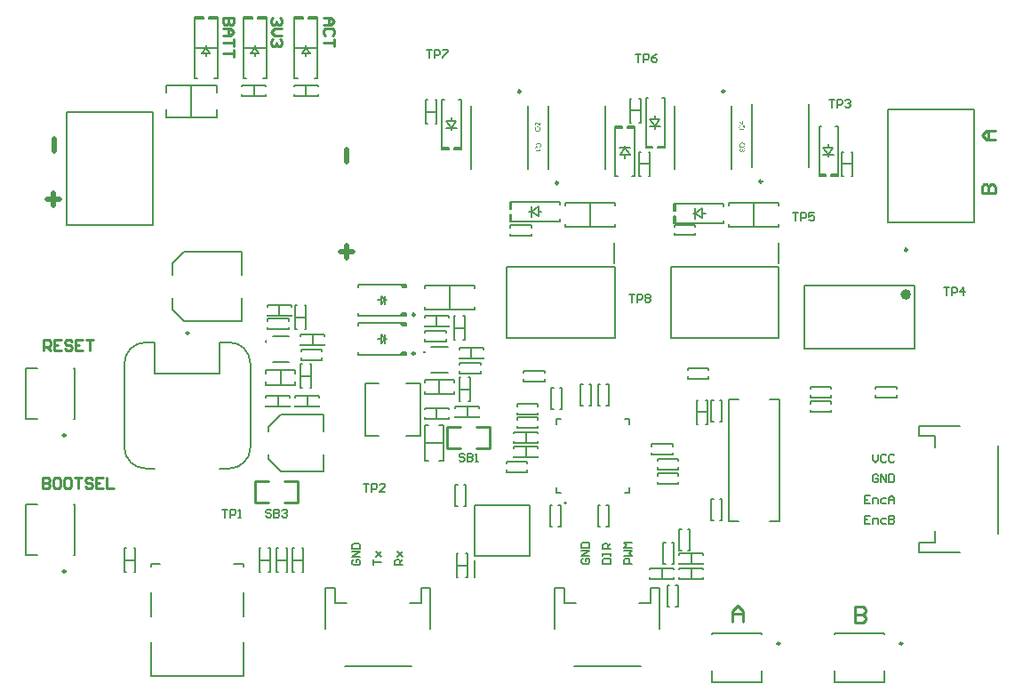
<source format=gbr>
G04*
G04 #@! TF.GenerationSoftware,Altium Limited,Altium Designer,24.2.2 (26)*
G04*
G04 Layer_Color=65535*
%FSLAX44Y44*%
%MOMM*%
G71*
G04*
G04 #@! TF.SameCoordinates,8E206BF5-5000-4682-9AB4-4AEA4F1FC2D2*
G04*
G04*
G04 #@! TF.FilePolarity,Positive*
G04*
G01*
G75*
%ADD10C,0.2000*%
%ADD11C,0.2500*%
%ADD12C,0.1524*%
%ADD13C,0.5000*%
%ADD14C,0.1500*%
%ADD15C,0.2540*%
%ADD16C,0.1270*%
%ADD17C,0.1778*%
%ADD18C,0.5080*%
%ADD19R,0.5000X0.2500*%
%ADD20R,0.5000X0.2500*%
G36*
X926892Y776994D02*
X928116D01*
Y776363D01*
X926892D01*
Y774140D01*
X926315D01*
X923001Y776480D01*
Y776994D01*
X926315D01*
Y777689D01*
X926892D01*
Y776994D01*
D02*
G37*
G36*
X928506Y773579D02*
Y773571D01*
X928498Y773556D01*
X928483Y773524D01*
X928467Y773485D01*
X928451Y773439D01*
X928420Y773376D01*
X928389Y773314D01*
X928358Y773236D01*
X928272Y773072D01*
X928163Y772885D01*
X928038Y772682D01*
X927890Y772479D01*
Y772472D01*
X927906Y772456D01*
X927921Y772425D01*
X927937Y772378D01*
X927960Y772324D01*
X927991Y772261D01*
X928015Y772191D01*
X928046Y772113D01*
X928077Y772020D01*
X928100Y771926D01*
X928155Y771708D01*
X928186Y771474D01*
X928202Y771224D01*
Y771154D01*
X928194Y771107D01*
Y771045D01*
X928186Y770975D01*
X928171Y770897D01*
X928163Y770811D01*
X928124Y770616D01*
X928061Y770405D01*
X927983Y770187D01*
X927874Y769969D01*
X927867Y769961D01*
X927859Y769945D01*
X927835Y769914D01*
X927812Y769875D01*
X927781Y769828D01*
X927734Y769774D01*
X927633Y769649D01*
X927500Y769509D01*
X927336Y769368D01*
X927149Y769228D01*
X926931Y769103D01*
X926923D01*
X926900Y769088D01*
X926868Y769072D01*
X926822Y769056D01*
X926767Y769033D01*
X926697Y769009D01*
X926619Y768978D01*
X926533Y768955D01*
X926432Y768924D01*
X926330Y768893D01*
X926096Y768846D01*
X925839Y768815D01*
X925558Y768799D01*
X925551D01*
X925527D01*
X925480D01*
X925434Y768807D01*
X925363D01*
X925285Y768815D01*
X925200Y768822D01*
X925106Y768838D01*
X924888Y768877D01*
X924662Y768924D01*
X924420Y769002D01*
X924186Y769103D01*
X924178D01*
X924155Y769119D01*
X924124Y769134D01*
X924085Y769158D01*
X924030Y769189D01*
X923968Y769228D01*
X923835Y769329D01*
X923679Y769454D01*
X923523Y769602D01*
X923367Y769774D01*
X923235Y769976D01*
X923227Y769984D01*
X923219Y770000D01*
X923203Y770031D01*
X923180Y770078D01*
X923157Y770132D01*
X923133Y770195D01*
X923102Y770265D01*
X923071Y770351D01*
X923040Y770436D01*
X923008Y770538D01*
X922962Y770748D01*
X922923Y770990D01*
X922907Y771240D01*
Y771310D01*
X922915Y771357D01*
Y771419D01*
X922923Y771497D01*
X922938Y771575D01*
X922946Y771669D01*
X922993Y771863D01*
X923055Y772082D01*
X923133Y772300D01*
X923188Y772409D01*
X923250Y772518D01*
Y772526D01*
X923266Y772542D01*
X923281Y772573D01*
X923313Y772612D01*
X923344Y772659D01*
X923391Y772713D01*
X923492Y772838D01*
X923624Y772979D01*
X923788Y773127D01*
X923975Y773259D01*
X924194Y773384D01*
X924202D01*
X924217Y773400D01*
X924256Y773415D01*
X924303Y773431D01*
X924358Y773454D01*
X924420Y773478D01*
X924498Y773509D01*
X924591Y773540D01*
X924685Y773563D01*
X924794Y773595D01*
X925020Y773641D01*
X925278Y773673D01*
X925558Y773688D01*
X925566D01*
X925590D01*
X925621D01*
X925667D01*
X925722Y773680D01*
X925785D01*
X925855Y773673D01*
X925940Y773665D01*
X926112Y773641D01*
X926307Y773602D01*
X926502Y773556D01*
X926697Y773493D01*
X926705D01*
X926720Y773485D01*
X926744Y773470D01*
X926783Y773454D01*
X926822Y773439D01*
X926876Y773408D01*
X926993Y773345D01*
X927126Y773267D01*
X927274Y773166D01*
X927422Y773049D01*
X927570Y772908D01*
Y772916D01*
X927586Y772932D01*
X927601Y772955D01*
X927625Y772986D01*
X927648Y773033D01*
X927679Y773080D01*
X927749Y773197D01*
X927828Y773329D01*
X927906Y773478D01*
X927983Y773634D01*
X928046Y773790D01*
X928506Y773579D01*
D02*
G37*
G36*
X926227Y756853D02*
X926297D01*
X926375Y756845D01*
X926460Y756838D01*
X926554Y756822D01*
X926772Y756783D01*
X926999Y756736D01*
X927240Y756658D01*
X927474Y756557D01*
X927482D01*
X927505Y756541D01*
X927536Y756526D01*
X927576Y756502D01*
X927630Y756471D01*
X927692Y756432D01*
X927825Y756331D01*
X927981Y756206D01*
X928137Y756058D01*
X928293Y755886D01*
X928425Y755684D01*
X928433Y755676D01*
X928441Y755660D01*
X928457Y755629D01*
X928480Y755582D01*
X928503Y755527D01*
X928527Y755465D01*
X928558Y755395D01*
X928589Y755309D01*
X928620Y755223D01*
X928652Y755122D01*
X928698Y754911D01*
X928737Y754670D01*
X928753Y754420D01*
Y754350D01*
X928745Y754303D01*
Y754241D01*
X928737Y754163D01*
X928722Y754085D01*
X928714Y753991D01*
X928667Y753796D01*
X928605Y753578D01*
X928527Y753360D01*
X928472Y753251D01*
X928410Y753141D01*
Y753134D01*
X928394Y753118D01*
X928379Y753087D01*
X928347Y753048D01*
X928316Y753001D01*
X928270Y752946D01*
X928168Y752822D01*
X928036Y752681D01*
X927872Y752533D01*
X927685Y752401D01*
X927466Y752276D01*
X927458D01*
X927443Y752260D01*
X927404Y752245D01*
X927357Y752229D01*
X927303Y752206D01*
X927240Y752182D01*
X927162Y752151D01*
X927069Y752120D01*
X926975Y752096D01*
X926866Y752065D01*
X926640Y752019D01*
X926382Y751987D01*
X926102Y751972D01*
X926094D01*
X926070D01*
X926039D01*
X925993D01*
X925938Y751980D01*
X925876D01*
X925805Y751987D01*
X925720Y751995D01*
X925548Y752019D01*
X925353Y752057D01*
X925158Y752104D01*
X924963Y752167D01*
X924955D01*
X924940Y752175D01*
X924916Y752190D01*
X924877Y752206D01*
X924838Y752221D01*
X924784Y752253D01*
X924667Y752315D01*
X924534Y752393D01*
X924386Y752494D01*
X924238Y752611D01*
X924090Y752751D01*
Y752744D01*
X924074Y752728D01*
X924059Y752705D01*
X924035Y752674D01*
X924012Y752627D01*
X923981Y752580D01*
X923911Y752463D01*
X923832Y752330D01*
X923755Y752182D01*
X923677Y752026D01*
X923614Y751870D01*
X923154Y752081D01*
Y752089D01*
X923162Y752104D01*
X923177Y752135D01*
X923193Y752175D01*
X923209Y752221D01*
X923240Y752284D01*
X923271Y752346D01*
X923302Y752424D01*
X923388Y752588D01*
X923497Y752775D01*
X923622Y752978D01*
X923770Y753180D01*
Y753188D01*
X923755Y753204D01*
X923739Y753235D01*
X923723Y753282D01*
X923700Y753336D01*
X923669Y753399D01*
X923645Y753469D01*
X923614Y753547D01*
X923583Y753641D01*
X923560Y753734D01*
X923505Y753952D01*
X923474Y754186D01*
X923458Y754436D01*
Y754506D01*
X923466Y754553D01*
Y754615D01*
X923474Y754685D01*
X923489Y754763D01*
X923497Y754849D01*
X923536Y755044D01*
X923599Y755255D01*
X923677Y755473D01*
X923786Y755691D01*
X923794Y755699D01*
X923801Y755715D01*
X923825Y755746D01*
X923848Y755785D01*
X923879Y755832D01*
X923926Y755886D01*
X924027Y756011D01*
X924160Y756151D01*
X924324Y756292D01*
X924511Y756432D01*
X924729Y756557D01*
X924737D01*
X924761Y756572D01*
X924792Y756588D01*
X924838Y756604D01*
X924893Y756627D01*
X924963Y756650D01*
X925041Y756682D01*
X925127Y756705D01*
X925228Y756736D01*
X925330Y756767D01*
X925564Y756814D01*
X925821Y756845D01*
X926102Y756861D01*
X926109D01*
X926133D01*
X926180D01*
X926227Y756853D01*
D02*
G37*
G36*
X924987Y750669D02*
X924979D01*
X924963Y750662D01*
X924932D01*
X924901Y750646D01*
X924807Y750623D01*
X924690Y750584D01*
X924566Y750537D01*
X924433Y750475D01*
X924316Y750397D01*
X924215Y750311D01*
X924207Y750295D01*
X924176Y750264D01*
X924145Y750209D01*
X924098Y750132D01*
X924059Y750046D01*
X924020Y749937D01*
X923988Y749812D01*
X923981Y749679D01*
Y749632D01*
X923988Y749601D01*
X923996Y749523D01*
X924020Y749422D01*
X924059Y749297D01*
X924106Y749172D01*
X924183Y749048D01*
X924285Y748931D01*
X924300Y748915D01*
X924339Y748884D01*
X924402Y748837D01*
X924495Y748775D01*
X924604Y748720D01*
X924737Y748673D01*
X924885Y748642D01*
X925049Y748626D01*
X925057D01*
X925065D01*
X925088D01*
X925119Y748634D01*
X925197Y748642D01*
X925298Y748665D01*
X925408Y748697D01*
X925533Y748751D01*
X925649Y748821D01*
X925759Y748915D01*
X925774Y748931D01*
X925805Y748962D01*
X925844Y749024D01*
X925899Y749110D01*
X925954Y749211D01*
X925993Y749336D01*
X926024Y749469D01*
X926039Y749625D01*
Y749695D01*
X926031Y749749D01*
X926024Y749812D01*
X926016Y749890D01*
X926000Y749976D01*
X925977Y750069D01*
X926531Y749999D01*
Y749960D01*
X926523Y749929D01*
Y749827D01*
X926531Y749757D01*
X926546Y749656D01*
X926570Y749547D01*
X926609Y749430D01*
X926655Y749305D01*
X926725Y749180D01*
X926733Y749165D01*
X926765Y749126D01*
X926819Y749079D01*
X926889Y749016D01*
X926975Y748954D01*
X927084Y748907D01*
X927217Y748868D01*
X927373Y748853D01*
X927381D01*
X927388D01*
X927427D01*
X927490Y748868D01*
X927576Y748884D01*
X927661Y748907D01*
X927755Y748954D01*
X927856Y749009D01*
X927942Y749087D01*
X927950Y749094D01*
X927981Y749126D01*
X928020Y749180D01*
X928059Y749250D01*
X928106Y749336D01*
X928137Y749437D01*
X928168Y749554D01*
X928176Y749687D01*
Y749749D01*
X928160Y749820D01*
X928145Y749898D01*
X928121Y749999D01*
X928074Y750100D01*
X928020Y750202D01*
X927942Y750303D01*
X927934Y750311D01*
X927903Y750342D01*
X927848Y750381D01*
X927770Y750428D01*
X927677Y750482D01*
X927560Y750529D01*
X927420Y750576D01*
X927256Y750607D01*
X927365Y751239D01*
X927373D01*
X927396Y751231D01*
X927427Y751223D01*
X927466Y751215D01*
X927521Y751200D01*
X927583Y751184D01*
X927724Y751130D01*
X927880Y751067D01*
X928043Y750974D01*
X928199Y750864D01*
X928340Y750724D01*
X928347Y750716D01*
X928355Y750708D01*
X928371Y750685D01*
X928394Y750646D01*
X928418Y750607D01*
X928449Y750560D01*
X928519Y750443D01*
X928581Y750295D01*
X928636Y750116D01*
X928675Y749921D01*
X928691Y749812D01*
Y749632D01*
X928683Y749554D01*
X928667Y749453D01*
X928644Y749336D01*
X928613Y749203D01*
X928566Y749071D01*
X928503Y748938D01*
Y748931D01*
X928496Y748923D01*
X928472Y748876D01*
X928433Y748814D01*
X928379Y748736D01*
X928308Y748650D01*
X928223Y748556D01*
X928121Y748471D01*
X928012Y748393D01*
X927997Y748385D01*
X927958Y748361D01*
X927895Y748330D01*
X927817Y748299D01*
X927716Y748268D01*
X927607Y748237D01*
X927490Y748213D01*
X927357Y748205D01*
X927342D01*
X927303D01*
X927240Y748213D01*
X927162Y748229D01*
X927069Y748252D01*
X926967Y748283D01*
X926858Y748322D01*
X926757Y748385D01*
X926741Y748393D01*
X926710Y748416D01*
X926663Y748463D01*
X926601Y748517D01*
X926531Y748595D01*
X926460Y748681D01*
X926382Y748790D01*
X926320Y748915D01*
Y748907D01*
X926312Y748892D01*
Y748868D01*
X926297Y748837D01*
X926273Y748759D01*
X926227Y748658D01*
X926172Y748549D01*
X926094Y748431D01*
X926000Y748315D01*
X925883Y748213D01*
X925868Y748205D01*
X925821Y748174D01*
X925751Y748135D01*
X925657Y748081D01*
X925540Y748034D01*
X925400Y747995D01*
X925236Y747964D01*
X925057Y747956D01*
X925049D01*
X925026D01*
X924994D01*
X924948Y747964D01*
X924885Y747971D01*
X924823Y747979D01*
X924745Y747995D01*
X924667Y748018D01*
X924488Y748073D01*
X924386Y748112D01*
X924293Y748166D01*
X924199Y748221D01*
X924106Y748283D01*
X924012Y748361D01*
X923918Y748447D01*
X923911Y748455D01*
X923895Y748471D01*
X923879Y748494D01*
X923848Y748533D01*
X923809Y748580D01*
X923770Y748642D01*
X923731Y748712D01*
X923692Y748782D01*
X923645Y748868D01*
X923606Y748962D01*
X923567Y749063D01*
X923528Y749172D01*
X923497Y749289D01*
X923482Y749414D01*
X923466Y749547D01*
X923458Y749679D01*
Y749742D01*
X923466Y749788D01*
X923474Y749851D01*
X923482Y749913D01*
X923489Y749991D01*
X923505Y750069D01*
X923552Y750248D01*
X923630Y750436D01*
X923669Y750529D01*
X923723Y750615D01*
X923786Y750708D01*
X923856Y750794D01*
X923864Y750802D01*
X923872Y750810D01*
X923895Y750833D01*
X923926Y750864D01*
X923973Y750896D01*
X924020Y750935D01*
X924074Y750981D01*
X924137Y751020D01*
X924293Y751114D01*
X924472Y751192D01*
X924675Y751262D01*
X924784Y751285D01*
X924901Y751301D01*
X924987Y750669D01*
D02*
G37*
G36*
X733806Y772800D02*
X733798D01*
X733767D01*
X733720D01*
X733666Y772808D01*
X733603Y772816D01*
X733533Y772824D01*
X733455Y772847D01*
X733377Y772870D01*
X733369D01*
X733362Y772878D01*
X733315Y772894D01*
X733252Y772925D01*
X733159Y772972D01*
X733057Y773026D01*
X732940Y773104D01*
X732823Y773182D01*
X732699Y773284D01*
X732691D01*
X732683Y773299D01*
X732636Y773338D01*
X732566Y773401D01*
X732473Y773494D01*
X732363Y773611D01*
X732231Y773752D01*
X732083Y773923D01*
X731919Y774110D01*
X731911Y774118D01*
X731888Y774149D01*
X731857Y774188D01*
X731802Y774243D01*
X731747Y774313D01*
X731677Y774391D01*
X731529Y774563D01*
X731350Y774750D01*
X731170Y774937D01*
X731085Y775030D01*
X730999Y775108D01*
X730913Y775179D01*
X730835Y775241D01*
X730827D01*
X730819Y775257D01*
X730796Y775272D01*
X730765Y775288D01*
X730687Y775334D01*
X730585Y775389D01*
X730469Y775444D01*
X730344Y775490D01*
X730203Y775522D01*
X730071Y775537D01*
X730063D01*
X730055D01*
X730008Y775529D01*
X729938Y775522D01*
X729853Y775506D01*
X729751Y775467D01*
X729650Y775420D01*
X729541Y775358D01*
X729439Y775264D01*
X729431Y775249D01*
X729400Y775218D01*
X729361Y775155D01*
X729307Y775077D01*
X729260Y774976D01*
X729221Y774859D01*
X729190Y774718D01*
X729182Y774563D01*
Y774516D01*
X729190Y774485D01*
X729197Y774407D01*
X729213Y774305D01*
X729252Y774188D01*
X729299Y774063D01*
X729369Y773947D01*
X729463Y773837D01*
X729478Y773830D01*
X729509Y773798D01*
X729572Y773752D01*
X729658Y773705D01*
X729767Y773650D01*
X729892Y773611D01*
X730040Y773580D01*
X730211Y773564D01*
X730141Y772917D01*
X730133D01*
X730110D01*
X730071Y772925D01*
X730024Y772933D01*
X729962Y772948D01*
X729892Y772956D01*
X729735Y773003D01*
X729556Y773065D01*
X729377Y773151D01*
X729197Y773268D01*
X729119Y773331D01*
X729042Y773409D01*
X729034Y773416D01*
X729026Y773432D01*
X729003Y773455D01*
X728979Y773486D01*
X728956Y773533D01*
X728917Y773588D01*
X728886Y773650D01*
X728847Y773720D01*
X728815Y773798D01*
X728776Y773884D01*
X728745Y773986D01*
X728722Y774087D01*
X728675Y774321D01*
X728667Y774446D01*
X728660Y774578D01*
Y774648D01*
X728667Y774703D01*
X728675Y774765D01*
X728683Y774836D01*
X728691Y774913D01*
X728714Y774999D01*
X728761Y775186D01*
X728831Y775381D01*
X728878Y775483D01*
X728932Y775576D01*
X729003Y775662D01*
X729073Y775748D01*
X729081Y775756D01*
X729088Y775763D01*
X729112Y775787D01*
X729143Y775818D01*
X729190Y775849D01*
X729237Y775888D01*
X729353Y775966D01*
X729502Y776044D01*
X729673Y776114D01*
X729868Y776169D01*
X729977Y776177D01*
X730086Y776184D01*
X730102D01*
X730141D01*
X730203Y776177D01*
X730281Y776169D01*
X730375Y776153D01*
X730476Y776130D01*
X730585Y776099D01*
X730695Y776052D01*
X730710Y776044D01*
X730749Y776029D01*
X730804Y775997D01*
X730882Y775951D01*
X730975Y775896D01*
X731085Y775826D01*
X731194Y775732D01*
X731319Y775631D01*
X731334Y775615D01*
X731381Y775576D01*
X731451Y775506D01*
X731498Y775459D01*
X731552Y775405D01*
X731615Y775342D01*
X731685Y775264D01*
X731755Y775186D01*
X731841Y775101D01*
X731927Y775007D01*
X732020Y774898D01*
X732114Y774789D01*
X732223Y774664D01*
X732231Y774656D01*
X732246Y774641D01*
X732270Y774609D01*
X732301Y774570D01*
X732379Y774477D01*
X732480Y774360D01*
X732589Y774243D01*
X732699Y774118D01*
X732792Y774017D01*
X732831Y773978D01*
X732870Y773939D01*
X732878Y773931D01*
X732902Y773915D01*
X732933Y773884D01*
X732979Y773845D01*
X733081Y773759D01*
X733206Y773674D01*
Y776192D01*
X733806D01*
Y772800D01*
D02*
G37*
G36*
X734196Y772114D02*
Y772106D01*
X734188Y772091D01*
X734173Y772059D01*
X734157Y772020D01*
X734141Y771974D01*
X734110Y771911D01*
X734079Y771849D01*
X734048Y771771D01*
X733962Y771607D01*
X733853Y771420D01*
X733728Y771217D01*
X733580Y771015D01*
Y771007D01*
X733596Y770991D01*
X733611Y770960D01*
X733627Y770913D01*
X733650Y770859D01*
X733681Y770796D01*
X733705Y770726D01*
X733736Y770648D01*
X733767Y770555D01*
X733790Y770461D01*
X733845Y770243D01*
X733876Y770009D01*
X733892Y769759D01*
Y769689D01*
X733884Y769642D01*
Y769580D01*
X733876Y769510D01*
X733861Y769432D01*
X733853Y769346D01*
X733814Y769151D01*
X733751Y768940D01*
X733673Y768722D01*
X733564Y768504D01*
X733557Y768496D01*
X733549Y768480D01*
X733525Y768449D01*
X733502Y768410D01*
X733471Y768363D01*
X733424Y768309D01*
X733323Y768184D01*
X733190Y768044D01*
X733026Y767903D01*
X732839Y767763D01*
X732621Y767638D01*
X732613D01*
X732589Y767623D01*
X732558Y767607D01*
X732512Y767591D01*
X732457Y767568D01*
X732387Y767544D01*
X732309Y767513D01*
X732223Y767490D01*
X732122Y767459D01*
X732020Y767428D01*
X731786Y767381D01*
X731529Y767350D01*
X731248Y767334D01*
X731240D01*
X731217D01*
X731170D01*
X731124Y767342D01*
X731053D01*
X730975Y767350D01*
X730890Y767357D01*
X730796Y767373D01*
X730578Y767412D01*
X730352Y767459D01*
X730110Y767537D01*
X729876Y767638D01*
X729868D01*
X729845Y767654D01*
X729814Y767669D01*
X729774Y767693D01*
X729720Y767724D01*
X729658Y767763D01*
X729525Y767864D01*
X729369Y767989D01*
X729213Y768137D01*
X729057Y768309D01*
X728925Y768512D01*
X728917Y768519D01*
X728909Y768535D01*
X728893Y768566D01*
X728870Y768613D01*
X728847Y768667D01*
X728823Y768730D01*
X728792Y768800D01*
X728761Y768886D01*
X728730Y768971D01*
X728698Y769073D01*
X728652Y769283D01*
X728613Y769525D01*
X728597Y769775D01*
Y769845D01*
X728605Y769892D01*
Y769954D01*
X728613Y770032D01*
X728628Y770110D01*
X728636Y770204D01*
X728683Y770398D01*
X728745Y770617D01*
X728823Y770835D01*
X728878Y770944D01*
X728940Y771054D01*
Y771061D01*
X728956Y771077D01*
X728971Y771108D01*
X729003Y771147D01*
X729034Y771194D01*
X729081Y771248D01*
X729182Y771373D01*
X729314Y771514D01*
X729478Y771662D01*
X729665Y771794D01*
X729884Y771919D01*
X729892D01*
X729907Y771935D01*
X729946Y771950D01*
X729993Y771966D01*
X730048Y771989D01*
X730110Y772013D01*
X730188Y772044D01*
X730281Y772075D01*
X730375Y772098D01*
X730484Y772130D01*
X730710Y772176D01*
X730968Y772208D01*
X731248Y772223D01*
X731256D01*
X731280D01*
X731311D01*
X731357D01*
X731412Y772215D01*
X731475D01*
X731545Y772208D01*
X731630Y772200D01*
X731802Y772176D01*
X731997Y772137D01*
X732192Y772091D01*
X732387Y772028D01*
X732395D01*
X732410Y772020D01*
X732434Y772005D01*
X732473Y771989D01*
X732512Y771974D01*
X732566Y771943D01*
X732683Y771880D01*
X732816Y771802D01*
X732964Y771701D01*
X733112Y771584D01*
X733260Y771443D01*
Y771451D01*
X733276Y771467D01*
X733291Y771490D01*
X733315Y771521D01*
X733338Y771568D01*
X733369Y771615D01*
X733439Y771732D01*
X733518Y771864D01*
X733596Y772013D01*
X733673Y772169D01*
X733736Y772325D01*
X734196Y772114D01*
D02*
G37*
G36*
X731916Y756563D02*
X731987D01*
X732065Y756555D01*
X732150Y756548D01*
X732244Y756532D01*
X732462Y756493D01*
X732688Y756446D01*
X732930Y756368D01*
X733164Y756267D01*
X733172D01*
X733195Y756251D01*
X733226Y756236D01*
X733265Y756212D01*
X733320Y756181D01*
X733382Y756142D01*
X733515Y756041D01*
X733671Y755916D01*
X733827Y755768D01*
X733983Y755596D01*
X734115Y755394D01*
X734123Y755386D01*
X734131Y755370D01*
X734147Y755339D01*
X734170Y755292D01*
X734193Y755238D01*
X734217Y755175D01*
X734248Y755105D01*
X734279Y755019D01*
X734310Y754933D01*
X734342Y754832D01*
X734388Y754622D01*
X734427Y754380D01*
X734443Y754130D01*
Y754060D01*
X734435Y754013D01*
Y753951D01*
X734427Y753873D01*
X734412Y753795D01*
X734404Y753701D01*
X734357Y753506D01*
X734295Y753288D01*
X734217Y753070D01*
X734162Y752961D01*
X734100Y752851D01*
Y752844D01*
X734084Y752828D01*
X734069Y752797D01*
X734037Y752758D01*
X734006Y752711D01*
X733959Y752656D01*
X733858Y752532D01*
X733726Y752391D01*
X733562Y752243D01*
X733375Y752111D01*
X733156Y751986D01*
X733148D01*
X733133Y751970D01*
X733094Y751955D01*
X733047Y751939D01*
X732992Y751916D01*
X732930Y751892D01*
X732852Y751861D01*
X732759Y751830D01*
X732665Y751807D01*
X732556Y751775D01*
X732330Y751729D01*
X732072Y751697D01*
X731792Y751682D01*
X731784D01*
X731760D01*
X731729D01*
X731683D01*
X731628Y751690D01*
X731565D01*
X731495Y751697D01*
X731410Y751705D01*
X731238Y751729D01*
X731043Y751768D01*
X730848Y751814D01*
X730653Y751877D01*
X730645D01*
X730630Y751885D01*
X730606Y751900D01*
X730567Y751916D01*
X730528Y751931D01*
X730474Y751963D01*
X730357Y752025D01*
X730224Y752103D01*
X730076Y752204D01*
X729928Y752321D01*
X729780Y752462D01*
Y752454D01*
X729764Y752438D01*
X729749Y752415D01*
X729725Y752384D01*
X729702Y752337D01*
X729671Y752290D01*
X729601Y752173D01*
X729522Y752040D01*
X729445Y751892D01*
X729367Y751736D01*
X729304Y751580D01*
X728844Y751791D01*
Y751799D01*
X728852Y751814D01*
X728867Y751846D01*
X728883Y751885D01*
X728899Y751931D01*
X728930Y751994D01*
X728961Y752056D01*
X728992Y752134D01*
X729078Y752298D01*
X729187Y752485D01*
X729312Y752688D01*
X729460Y752890D01*
Y752898D01*
X729445Y752914D01*
X729429Y752945D01*
X729413Y752992D01*
X729390Y753046D01*
X729359Y753109D01*
X729335Y753179D01*
X729304Y753257D01*
X729273Y753351D01*
X729250Y753444D01*
X729195Y753662D01*
X729164Y753896D01*
X729148Y754146D01*
Y754216D01*
X729156Y754263D01*
Y754325D01*
X729164Y754395D01*
X729179Y754473D01*
X729187Y754559D01*
X729226Y754754D01*
X729289Y754965D01*
X729367Y755183D01*
X729476Y755401D01*
X729483Y755409D01*
X729491Y755425D01*
X729515Y755456D01*
X729538Y755495D01*
X729569Y755542D01*
X729616Y755596D01*
X729717Y755721D01*
X729850Y755861D01*
X730014Y756002D01*
X730201Y756142D01*
X730419Y756267D01*
X730427D01*
X730450Y756283D01*
X730482Y756298D01*
X730528Y756314D01*
X730583Y756337D01*
X730653Y756360D01*
X730731Y756392D01*
X730817Y756415D01*
X730918Y756446D01*
X731020Y756478D01*
X731254Y756524D01*
X731511Y756555D01*
X731792Y756571D01*
X731799D01*
X731823D01*
X731870D01*
X731916Y756563D01*
D02*
G37*
G36*
X733094Y750528D02*
X733102Y750512D01*
X733117Y750481D01*
X733141Y750450D01*
X733164Y750403D01*
X733187Y750348D01*
X733258Y750224D01*
X733343Y750083D01*
X733445Y749927D01*
X733562Y749771D01*
X733687Y749623D01*
X733694Y749615D01*
X733702Y749608D01*
X733749Y749561D01*
X733819Y749491D01*
X733905Y749405D01*
X734014Y749311D01*
X734131Y749218D01*
X734256Y749132D01*
X734380Y749062D01*
Y748649D01*
X729234D01*
Y749280D01*
X733242D01*
X733234Y749288D01*
X733203Y749319D01*
X733164Y749374D01*
X733110Y749444D01*
X733039Y749530D01*
X732969Y749631D01*
X732883Y749748D01*
X732805Y749881D01*
Y749888D01*
X732798Y749896D01*
X732766Y749943D01*
X732727Y750013D01*
X732681Y750099D01*
X732626Y750200D01*
X732579Y750309D01*
X732525Y750426D01*
X732478Y750536D01*
X733094D01*
Y750528D01*
D02*
G37*
%LPC*%
G36*
X926315Y776363D02*
X924022D01*
X926315Y774756D01*
Y776363D01*
D02*
G37*
G36*
X925558Y772986D02*
X925551D01*
X925527D01*
X925496D01*
X925457D01*
X925402Y772979D01*
X925340D01*
X925192Y772963D01*
X925020Y772932D01*
X924841Y772901D01*
X924654Y772846D01*
X924474Y772776D01*
X924467D01*
X924451Y772768D01*
X924428Y772753D01*
X924397Y772737D01*
X924311Y772690D01*
X924209Y772620D01*
X924092Y772534D01*
X923968Y772425D01*
X923851Y772300D01*
X923749Y772160D01*
Y772152D01*
X923742Y772144D01*
X923726Y772121D01*
X923710Y772090D01*
X923671Y772004D01*
X923617Y771895D01*
X923570Y771762D01*
X923531Y771606D01*
X923500Y771435D01*
X923492Y771247D01*
Y771177D01*
X923500Y771123D01*
X923508Y771060D01*
X923523Y770982D01*
X923539Y770897D01*
X923554Y770811D01*
X923617Y770608D01*
X923663Y770507D01*
X923710Y770397D01*
X923773Y770296D01*
X923843Y770187D01*
X923921Y770086D01*
X924014Y769992D01*
X924022Y769984D01*
X924038Y769969D01*
X924069Y769945D01*
X924108Y769914D01*
X924163Y769875D01*
X924233Y769836D01*
X924311Y769789D01*
X924397Y769750D01*
X924506Y769704D01*
X924615Y769657D01*
X924747Y769618D01*
X924880Y769579D01*
X925036Y769548D01*
X925200Y769524D01*
X925371Y769509D01*
X925558Y769501D01*
X925566D01*
X925605D01*
X925652D01*
X925722Y769509D01*
X925808Y769516D01*
X925901Y769524D01*
X926011Y769540D01*
X926128Y769563D01*
X926377Y769618D01*
X926502Y769665D01*
X926627Y769711D01*
X926759Y769766D01*
X926876Y769828D01*
X926993Y769906D01*
X927094Y769992D01*
X927102Y770000D01*
X927118Y770015D01*
X927141Y770039D01*
X927180Y770078D01*
X927219Y770132D01*
X927258Y770187D01*
X927313Y770257D01*
X927360Y770335D01*
X927406Y770421D01*
X927453Y770515D01*
X927500Y770616D01*
X927539Y770733D01*
X927578Y770850D01*
X927601Y770975D01*
X927617Y771107D01*
X927625Y771247D01*
Y771310D01*
X927617Y771380D01*
X927609Y771466D01*
X927594Y771567D01*
X927570Y771684D01*
X927539Y771809D01*
X927492Y771926D01*
X927484Y771910D01*
X927461Y771871D01*
X927422Y771809D01*
X927375Y771723D01*
X927328Y771630D01*
X927282Y771513D01*
X927235Y771396D01*
X927196Y771263D01*
X926705Y771427D01*
Y771435D01*
X926712Y771450D01*
X926720Y771481D01*
X926736Y771528D01*
X926751Y771575D01*
X926775Y771630D01*
X926829Y771770D01*
X926900Y771918D01*
X926977Y772082D01*
X927079Y772238D01*
X927196Y772386D01*
X927188Y772394D01*
X927172Y772409D01*
X927141Y772440D01*
X927094Y772479D01*
X927032Y772526D01*
X926962Y772573D01*
X926884Y772628D01*
X926783Y772690D01*
X926681Y772745D01*
X926556Y772799D01*
X926424Y772846D01*
X926276Y772893D01*
X926112Y772932D01*
X925940Y772963D01*
X925753Y772979D01*
X925558Y772986D01*
D02*
G37*
G36*
X926102Y756159D02*
X926094D01*
X926055D01*
X926008D01*
X925938Y756151D01*
X925852Y756144D01*
X925759Y756136D01*
X925649Y756120D01*
X925533Y756097D01*
X925283Y756042D01*
X925158Y755995D01*
X925033Y755949D01*
X924901Y755894D01*
X924784Y755832D01*
X924667Y755754D01*
X924566Y755668D01*
X924558Y755660D01*
X924542Y755645D01*
X924519Y755621D01*
X924480Y755582D01*
X924441Y755527D01*
X924402Y755473D01*
X924347Y755403D01*
X924300Y755325D01*
X924254Y755239D01*
X924207Y755145D01*
X924160Y755044D01*
X924121Y754927D01*
X924082Y754810D01*
X924059Y754685D01*
X924043Y754553D01*
X924035Y754413D01*
Y754350D01*
X924043Y754280D01*
X924051Y754194D01*
X924066Y754093D01*
X924090Y753976D01*
X924121Y753851D01*
X924168Y753734D01*
X924176Y753750D01*
X924199Y753789D01*
X924238Y753851D01*
X924285Y753937D01*
X924332Y754030D01*
X924378Y754147D01*
X924425Y754264D01*
X924464Y754397D01*
X924955Y754233D01*
Y754225D01*
X924948Y754210D01*
X924940Y754178D01*
X924924Y754132D01*
X924909Y754085D01*
X924885Y754030D01*
X924831Y753890D01*
X924761Y753742D01*
X924682Y753578D01*
X924581Y753422D01*
X924464Y753274D01*
X924472Y753266D01*
X924488Y753251D01*
X924519Y753219D01*
X924566Y753180D01*
X924628Y753134D01*
X924698Y753087D01*
X924776Y753032D01*
X924877Y752970D01*
X924979Y752915D01*
X925104Y752861D01*
X925236Y752814D01*
X925384Y752767D01*
X925548Y752728D01*
X925720Y752697D01*
X925907Y752681D01*
X926102Y752674D01*
X926109D01*
X926133D01*
X926164D01*
X926203D01*
X926258Y752681D01*
X926320D01*
X926468Y752697D01*
X926640Y752728D01*
X926819Y752759D01*
X927006Y752814D01*
X927186Y752884D01*
X927193D01*
X927209Y752892D01*
X927232Y752907D01*
X927264Y752923D01*
X927349Y752970D01*
X927451Y753040D01*
X927568Y753126D01*
X927692Y753235D01*
X927809Y753360D01*
X927911Y753500D01*
Y753508D01*
X927919Y753516D01*
X927934Y753539D01*
X927950Y753570D01*
X927989Y753656D01*
X928043Y753765D01*
X928090Y753898D01*
X928129Y754054D01*
X928160Y754225D01*
X928168Y754413D01*
Y754483D01*
X928160Y754537D01*
X928152Y754600D01*
X928137Y754678D01*
X928121Y754763D01*
X928106Y754849D01*
X928043Y755052D01*
X927997Y755153D01*
X927950Y755262D01*
X927887Y755364D01*
X927817Y755473D01*
X927739Y755574D01*
X927646Y755668D01*
X927638Y755676D01*
X927622Y755691D01*
X927591Y755715D01*
X927552Y755746D01*
X927497Y755785D01*
X927427Y755824D01*
X927349Y755871D01*
X927264Y755910D01*
X927154Y755956D01*
X927045Y756003D01*
X926913Y756042D01*
X926780Y756081D01*
X926624Y756112D01*
X926460Y756136D01*
X926289Y756151D01*
X926102Y756159D01*
D02*
G37*
G36*
X731248Y771521D02*
X731240D01*
X731217D01*
X731186D01*
X731147D01*
X731092Y771514D01*
X731030D01*
X730882Y771498D01*
X730710Y771467D01*
X730531Y771436D01*
X730344Y771381D01*
X730164Y771311D01*
X730157D01*
X730141Y771303D01*
X730118Y771288D01*
X730086Y771272D01*
X730001Y771225D01*
X729899Y771155D01*
X729782Y771069D01*
X729658Y770960D01*
X729541Y770835D01*
X729439Y770695D01*
Y770687D01*
X729431Y770679D01*
X729416Y770656D01*
X729400Y770625D01*
X729361Y770539D01*
X729307Y770430D01*
X729260Y770297D01*
X729221Y770141D01*
X729190Y769970D01*
X729182Y769782D01*
Y769712D01*
X729190Y769658D01*
X729197Y769595D01*
X729213Y769517D01*
X729229Y769432D01*
X729244Y769346D01*
X729307Y769143D01*
X729353Y769042D01*
X729400Y768932D01*
X729463Y768831D01*
X729533Y768722D01*
X729611Y768621D01*
X729704Y768527D01*
X729712Y768519D01*
X729728Y768504D01*
X729759Y768480D01*
X729798Y768449D01*
X729853Y768410D01*
X729923Y768371D01*
X730001Y768324D01*
X730086Y768285D01*
X730196Y768239D01*
X730305Y768192D01*
X730437Y768153D01*
X730570Y768114D01*
X730726Y768083D01*
X730890Y768059D01*
X731061Y768044D01*
X731248Y768036D01*
X731256D01*
X731295D01*
X731342D01*
X731412Y768044D01*
X731498Y768051D01*
X731591Y768059D01*
X731701Y768075D01*
X731818Y768098D01*
X732067Y768153D01*
X732192Y768200D01*
X732317Y768246D01*
X732449Y768301D01*
X732566Y768363D01*
X732683Y768441D01*
X732785Y768527D01*
X732792Y768535D01*
X732808Y768550D01*
X732831Y768574D01*
X732870Y768613D01*
X732909Y768667D01*
X732948Y768722D01*
X733003Y768792D01*
X733050Y768870D01*
X733096Y768956D01*
X733143Y769050D01*
X733190Y769151D01*
X733229Y769268D01*
X733268Y769385D01*
X733291Y769510D01*
X733307Y769642D01*
X733315Y769782D01*
Y769845D01*
X733307Y769915D01*
X733299Y770001D01*
X733283Y770102D01*
X733260Y770219D01*
X733229Y770344D01*
X733182Y770461D01*
X733174Y770445D01*
X733151Y770406D01*
X733112Y770344D01*
X733065Y770258D01*
X733018Y770165D01*
X732972Y770048D01*
X732925Y769931D01*
X732886Y769798D01*
X732395Y769962D01*
Y769970D01*
X732402Y769985D01*
X732410Y770016D01*
X732426Y770063D01*
X732441Y770110D01*
X732465Y770165D01*
X732519Y770305D01*
X732589Y770453D01*
X732667Y770617D01*
X732769Y770773D01*
X732886Y770921D01*
X732878Y770929D01*
X732862Y770944D01*
X732831Y770976D01*
X732785Y771015D01*
X732722Y771061D01*
X732652Y771108D01*
X732574Y771163D01*
X732473Y771225D01*
X732371Y771280D01*
X732246Y771334D01*
X732114Y771381D01*
X731966Y771428D01*
X731802Y771467D01*
X731630Y771498D01*
X731443Y771514D01*
X731248Y771521D01*
D02*
G37*
G36*
X731792Y755869D02*
X731784D01*
X731745D01*
X731698D01*
X731628Y755861D01*
X731542Y755854D01*
X731449Y755846D01*
X731339Y755830D01*
X731222Y755807D01*
X730973Y755752D01*
X730848Y755705D01*
X730723Y755659D01*
X730591Y755604D01*
X730474Y755542D01*
X730357Y755464D01*
X730256Y755378D01*
X730248Y755370D01*
X730232Y755355D01*
X730209Y755331D01*
X730170Y755292D01*
X730131Y755238D01*
X730092Y755183D01*
X730037Y755113D01*
X729990Y755035D01*
X729944Y754949D01*
X729897Y754855D01*
X729850Y754754D01*
X729811Y754637D01*
X729772Y754520D01*
X729749Y754395D01*
X729733Y754263D01*
X729725Y754122D01*
Y754060D01*
X729733Y753990D01*
X729741Y753904D01*
X729756Y753803D01*
X729780Y753686D01*
X729811Y753561D01*
X729858Y753444D01*
X729866Y753460D01*
X729889Y753499D01*
X729928Y753561D01*
X729975Y753647D01*
X730022Y753740D01*
X730068Y753857D01*
X730115Y753974D01*
X730154Y754107D01*
X730645Y753943D01*
Y753935D01*
X730638Y753920D01*
X730630Y753889D01*
X730614Y753842D01*
X730599Y753795D01*
X730575Y753740D01*
X730521Y753600D01*
X730450Y753452D01*
X730372Y753288D01*
X730271Y753132D01*
X730154Y752984D01*
X730162Y752976D01*
X730178Y752961D01*
X730209Y752930D01*
X730256Y752890D01*
X730318Y752844D01*
X730388Y752797D01*
X730466Y752742D01*
X730567Y752680D01*
X730669Y752625D01*
X730794Y752571D01*
X730926Y752524D01*
X731074Y752477D01*
X731238Y752438D01*
X731410Y752407D01*
X731597Y752391D01*
X731792Y752384D01*
X731799D01*
X731823D01*
X731854D01*
X731893D01*
X731948Y752391D01*
X732010D01*
X732158Y752407D01*
X732330Y752438D01*
X732509Y752469D01*
X732696Y752524D01*
X732876Y752594D01*
X732883D01*
X732899Y752602D01*
X732922Y752617D01*
X732953Y752633D01*
X733039Y752680D01*
X733141Y752750D01*
X733258Y752836D01*
X733382Y752945D01*
X733499Y753070D01*
X733601Y753210D01*
Y753218D01*
X733608Y753226D01*
X733624Y753249D01*
X733640Y753280D01*
X733679Y753366D01*
X733733Y753475D01*
X733780Y753608D01*
X733819Y753764D01*
X733850Y753935D01*
X733858Y754122D01*
Y754193D01*
X733850Y754247D01*
X733842Y754310D01*
X733827Y754388D01*
X733811Y754473D01*
X733796Y754559D01*
X733733Y754762D01*
X733687Y754863D01*
X733640Y754973D01*
X733577Y755074D01*
X733507Y755183D01*
X733429Y755284D01*
X733336Y755378D01*
X733328Y755386D01*
X733312Y755401D01*
X733281Y755425D01*
X733242Y755456D01*
X733187Y755495D01*
X733117Y755534D01*
X733039Y755581D01*
X732953Y755620D01*
X732844Y755667D01*
X732735Y755713D01*
X732603Y755752D01*
X732470Y755791D01*
X732314Y755822D01*
X732150Y755846D01*
X731979Y755861D01*
X731792Y755869D01*
D02*
G37*
%LPD*%
D10*
X602430Y557730D02*
G03*
X600930Y556230I0J-1500D01*
G01*
Y584230D02*
G03*
X602430Y582730I1500J0D01*
G01*
Y594560D02*
G03*
X600930Y593060I0J-1500D01*
G01*
Y621060D02*
G03*
X602430Y619560I1500J0D01*
G01*
X457510Y546730D02*
G03*
X437510Y566730I-20000J0D01*
G01*
X357510D02*
G03*
X337510Y546730I0J-20000D01*
G01*
Y466730D02*
G03*
X357510Y446730I20000J0D01*
G01*
X437510D02*
G03*
X457510Y466730I0J20000D01*
G01*
X758590Y413720D02*
G03*
X758590Y413720I-1000J0D01*
G01*
X1065172Y681071D02*
Y788671D01*
Y681071D02*
X1147172D01*
X1065172Y788671D02*
X1147172D01*
Y681071D02*
Y788671D01*
X559930Y555230D02*
Y557730D01*
Y555230D02*
X605930D01*
X578930Y570230D02*
X581930D01*
Y566230D02*
Y570230D01*
X559930Y582730D02*
Y585230D01*
X581930Y570230D02*
Y574230D01*
Y566230D02*
X585930Y570230D01*
X559930Y585230D02*
X605930D01*
X602430Y557730D02*
X605930D01*
Y555230D02*
Y557730D01*
X585930Y570230D02*
Y574230D01*
Y566230D02*
Y570230D01*
X581930Y574230D02*
X585930Y570230D01*
X586930D01*
X602430Y582730D02*
X605930D01*
Y585230D01*
X559930Y592060D02*
Y594560D01*
Y592060D02*
X605930D01*
X578930Y607060D02*
X581930D01*
Y603060D02*
Y607060D01*
X559930Y619560D02*
Y622060D01*
X581930Y607060D02*
Y611060D01*
Y603060D02*
X585930Y607060D01*
X559930Y622060D02*
X605930D01*
X602430Y594560D02*
X605930D01*
Y592060D02*
Y594560D01*
X585930Y607060D02*
Y611060D01*
Y603060D02*
Y607060D01*
X581930Y611060D02*
X585930Y607060D01*
X586930D01*
X602430Y619560D02*
X605930D01*
Y622060D01*
X362780Y353590D02*
Y356090D01*
X451030Y353590D02*
Y356090D01*
X441780D02*
X451030D01*
X362780D02*
X371780D01*
X362780Y306090D02*
Y328590D01*
X451030Y306090D02*
Y328590D01*
X362780Y249590D02*
Y281090D01*
Y249590D02*
X451030D01*
Y281090D01*
X989660Y733465D02*
Y793465D01*
X935660Y733465D02*
Y793465D01*
X862000Y732195D02*
Y792195D01*
X916000Y732195D02*
Y792195D01*
X795350Y732000D02*
Y792000D01*
X741350Y732000D02*
Y792000D01*
X667690Y731905D02*
Y791905D01*
X721690Y731905D02*
Y791905D01*
X547120Y258290D02*
X611120D01*
X609120Y318290D02*
X620120D01*
Y333290D01*
X629120D01*
Y294290D02*
Y333290D01*
X538120Y318290D02*
X549120D01*
X538120D02*
Y333290D01*
X529120D02*
X538120D01*
X529120Y294290D02*
Y333290D01*
X288950Y412620D02*
X290200D01*
X243200D02*
X254450D01*
X243200Y364620D02*
Y412620D01*
X288950Y364620D02*
X290200D01*
X243200D02*
X254450D01*
X290200D02*
Y412620D01*
X449560Y630760D02*
Y652760D01*
X394560D02*
X449560D01*
X383560Y641760D02*
X394560Y652760D01*
X383560Y630760D02*
Y641760D01*
X449560Y586760D02*
Y608760D01*
X394560Y586760D02*
X449560D01*
X383560Y597760D02*
X394560Y586760D01*
X383560Y597760D02*
Y608760D01*
X619090Y477920D02*
Y527920D01*
X567090Y477920D02*
Y527920D01*
X606090D02*
X619090D01*
X606090Y477920D02*
X619090D01*
X567090Y527920D02*
X580090D01*
X567090Y477920D02*
X580090D01*
X357510Y446730D02*
X366510D01*
X428510D02*
X437510D01*
X357510Y566730D02*
X366510D01*
Y536730D02*
Y566730D01*
Y536730D02*
X428510D01*
Y566730D01*
X437510D01*
X457510Y466730D02*
Y546730D01*
X337510Y466730D02*
Y546730D01*
X952260Y396910D02*
X961510D01*
X913010D02*
X922260D01*
X913010Y512410D02*
X922260D01*
X952260D02*
X961510D01*
X913010Y396910D02*
Y512410D01*
X961510Y396910D02*
Y512410D01*
X985090Y620550D02*
X1090090D01*
X985090Y560550D02*
Y620550D01*
Y560550D02*
X1090090D01*
Y620550D01*
X1013590Y288950D02*
Y290200D01*
Y243200D02*
Y254450D01*
Y243200D02*
X1061590D01*
Y288950D02*
Y290200D01*
Y243200D02*
Y254450D01*
X1013590Y290200D02*
X1061590D01*
X896750Y288950D02*
Y290200D01*
Y243200D02*
Y254450D01*
Y243200D02*
X944750D01*
Y288950D02*
Y290200D01*
Y243200D02*
Y254450D01*
X896750Y290200D02*
X944750D01*
X288950Y542160D02*
X290200D01*
X243200D02*
X254450D01*
X243200Y494160D02*
Y542160D01*
X288950Y494160D02*
X290200D01*
X243200D02*
X254450D01*
X290200D02*
Y542160D01*
X765560Y258290D02*
X829560D01*
X827560Y318290D02*
X838560D01*
Y333290D01*
X847560D01*
Y294290D02*
Y333290D01*
X756560Y318290D02*
X767560D01*
X756560D02*
Y333290D01*
X747560D02*
X756560D01*
X747560Y294290D02*
Y333290D01*
X1169430Y384880D02*
Y468880D01*
X1109430Y466880D02*
Y477880D01*
X1094430D02*
X1109430D01*
X1094430D02*
Y486880D01*
X1133430D01*
X1109430Y375880D02*
Y386880D01*
X1094430Y375880D02*
X1109430D01*
X1094430Y366880D02*
Y375880D01*
Y366880D02*
X1133430D01*
X282848Y785779D02*
X364848D01*
X282848Y678178D02*
Y785779D01*
Y678178D02*
X364848D01*
Y785779D01*
X960820Y570520D02*
Y638520D01*
X857820Y570520D02*
X960820D01*
X857820D02*
Y638520D01*
X960820D01*
X960520Y642020D02*
Y661270D01*
X804610Y570520D02*
Y638520D01*
X701610Y570520D02*
X804610D01*
X701610D02*
Y638520D01*
X804610D01*
X804310Y642020D02*
Y661270D01*
X670830Y363100D02*
Y411600D01*
X723630D01*
Y363100D02*
Y411600D01*
X670830Y363100D02*
X723630D01*
X671430Y343100D02*
Y359600D01*
X527380Y482170D02*
Y498170D01*
X486380D02*
X527380D01*
X474380Y486170D02*
X486380Y498170D01*
X474380Y482170D02*
Y486170D01*
X527380Y444170D02*
Y460170D01*
X486380Y444170D02*
X527380D01*
X474380Y456170D02*
X486380Y444170D01*
X474380Y456170D02*
Y460170D01*
X643970Y770700D02*
X653970D01*
X648970D02*
X652970Y777700D01*
X643970D02*
X648970Y770700D01*
X643970Y777700D02*
X652970D01*
X648970Y768700D02*
Y770700D01*
Y777700D02*
Y780700D01*
X809070Y752030D02*
X819070D01*
X810070Y745030D02*
X814070Y752030D01*
X819070Y745030D01*
X810070D02*
X819070D01*
X814070Y752030D02*
Y754030D01*
Y742030D02*
Y745030D01*
X724980Y685880D02*
Y695880D01*
Y690880D02*
X731980Y686880D01*
X724980Y690880D02*
X731980Y695880D01*
Y686880D02*
Y695880D01*
X722980Y690880D02*
X724980D01*
X731980D02*
X734980D01*
X838280Y772165D02*
X848280D01*
X843280D02*
X847280Y779165D01*
X838280D02*
X843280Y772165D01*
X838280Y779165D02*
X847280D01*
X843280Y770165D02*
Y772165D01*
Y779165D02*
Y782165D01*
X881190Y684610D02*
Y694610D01*
Y689610D02*
X888190Y685610D01*
X881190Y689610D02*
X888190Y694610D01*
Y685610D02*
Y694610D01*
X879190Y689610D02*
X881190D01*
X888190D02*
X891190D01*
X1003380Y745300D02*
X1013380D01*
X1008380D02*
X1012380Y752300D01*
X1003380D02*
X1008380Y745300D01*
X1003380Y752300D02*
X1012380D01*
X1008380Y743300D02*
Y745300D01*
Y752300D02*
Y755300D01*
X377320Y781290D02*
Y788290D01*
Y781290D02*
X425320D01*
Y788290D01*
Y804290D02*
Y811290D01*
X377320D02*
X425320D01*
X377320Y804290D02*
Y811290D01*
X401320Y781290D02*
Y811290D01*
D11*
X614180Y556230D02*
G03*
X614180Y556230I-1250J0D01*
G01*
Y593060D02*
G03*
X614180Y593060I-1250J0D01*
G01*
X944860Y719890D02*
G03*
X944860Y719890I-1250J0D01*
G01*
X909300Y805770D02*
G03*
X909300Y805770I-1250J0D01*
G01*
X750550Y718425D02*
G03*
X750550Y718425I-1250J0D01*
G01*
X714990Y805480D02*
G03*
X714990Y805480I-1250J0D01*
G01*
X281450Y348870D02*
G03*
X281450Y348870I-1250J0D01*
G01*
X398760Y575730D02*
G03*
X398760Y575730I-1250J0D01*
G01*
X1083290Y654800D02*
G03*
X1083290Y654800I-1250J0D01*
G01*
X1078590Y280200D02*
G03*
X1078590Y280200I-1250J0D01*
G01*
X961750D02*
G03*
X961750Y280200I-1250J0D01*
G01*
X281450Y478410D02*
G03*
X281450Y478410I-1250J0D01*
G01*
D12*
X623672Y558148D02*
G03*
X623672Y556672I-189J-738D01*
G01*
X472542Y568308D02*
G03*
X472542Y566832I-189J-738D01*
G01*
X629793Y562229D02*
X645287D01*
X629793Y537591D02*
X645287D01*
X478663Y572389D02*
X494157D01*
X478663Y547751D02*
X494157D01*
D13*
X1084340Y612300D02*
G03*
X1084340Y612300I-2500J0D01*
G01*
D14*
X660860Y431050D02*
X662860D01*
Y411050D02*
Y431050D01*
X660860Y411050D02*
X662860D01*
X652860D02*
X654860D01*
X652860D02*
Y431050D01*
X654860D01*
X752300Y523080D02*
X754300D01*
Y503080D02*
Y523080D01*
X752300Y503080D02*
X754300D01*
X744300D02*
X746300D01*
X744300D02*
Y523080D01*
X746300D01*
X796750Y526890D02*
X798750D01*
Y506890D02*
Y526890D01*
X796750Y506890D02*
X798750D01*
X788750D02*
X790750D01*
X788750D02*
Y526890D01*
X790750D01*
X675640Y504190D02*
Y505460D01*
X652780D02*
X675640D01*
X652780Y504190D02*
Y505460D01*
Y495300D02*
Y496570D01*
Y495300D02*
X675640D01*
Y496570D01*
X664210Y495300D02*
Y505460D01*
X623460Y471170D02*
X641460D01*
X623460Y488170D02*
X627460D01*
X623460Y454170D02*
Y488170D01*
Y454170D02*
X627460D01*
X637460D02*
X641460D01*
Y488170D01*
X637460D02*
X641460D01*
X665480Y533400D02*
X666750D01*
Y510540D02*
Y533400D01*
X665480Y510540D02*
X666750D01*
X656590Y521970D02*
X666750D01*
X656590Y533400D02*
X657860D01*
X656590Y510540D02*
X657860D01*
X656590D02*
Y533400D01*
X646430Y502920D02*
Y504190D01*
X623570D02*
X646430D01*
X623570Y502920D02*
Y504190D01*
Y494030D02*
Y495300D01*
Y494030D02*
X646430D01*
Y495300D01*
X635000Y494030D02*
Y504190D01*
X623570Y581660D02*
Y582930D01*
Y581660D02*
X646430D01*
Y582930D01*
Y590550D02*
Y591820D01*
X623570D02*
X646430D01*
X623570Y590550D02*
Y591820D01*
X635000Y581660D02*
Y591820D01*
X660400D02*
X661670D01*
Y568960D02*
Y591820D01*
X660400Y568960D02*
X661670D01*
X651510Y580390D02*
X661670D01*
X651510Y591820D02*
X652780D01*
X651510Y568960D02*
X652780D01*
X651510D02*
Y591820D01*
X651540Y528510D02*
Y531510D01*
Y517510D02*
Y520510D01*
X637540Y517510D02*
Y531510D01*
X623540D02*
X651540D01*
X623540Y528510D02*
Y531510D01*
Y517510D02*
X651540D01*
X623540D02*
Y520510D01*
X623730Y567770D02*
Y569770D01*
Y567770D02*
X643730D01*
Y569770D01*
Y575770D02*
Y577770D01*
X623730D02*
X643730D01*
X623730Y575770D02*
Y577770D01*
X671450Y618350D02*
Y620850D01*
X623950D02*
X671450D01*
X623950Y618350D02*
Y620850D01*
Y598350D02*
Y600850D01*
Y598350D02*
X671450D01*
Y600850D01*
X647700Y598350D02*
Y620850D01*
X656590Y551180D02*
Y552450D01*
Y551180D02*
X679450D01*
Y552450D01*
Y560070D02*
Y561340D01*
X656590D02*
X679450D01*
X656590Y560070D02*
Y561340D01*
X668020Y551180D02*
Y561340D01*
X676750Y545290D02*
Y547290D01*
X656750D02*
X676750D01*
X656750Y545290D02*
Y547290D01*
Y537290D02*
Y539290D01*
Y537290D02*
X676750D01*
Y539290D01*
X466090Y370770D02*
X467360D01*
X466090Y347910D02*
Y370770D01*
Y347910D02*
X467360D01*
X474980D02*
X476250D01*
Y370770D01*
X474980D02*
X476250D01*
X466090Y359340D02*
X476250D01*
X491490Y347980D02*
X492760D01*
Y370840D01*
X491490D02*
X492760D01*
X482600D02*
X483870D01*
X482600Y347980D02*
Y370840D01*
Y347980D02*
X483870D01*
X482600Y359410D02*
X492760D01*
X865300Y439880D02*
Y441880D01*
X845300D02*
X865300D01*
X845300Y439880D02*
Y441880D01*
Y431880D02*
Y433880D01*
Y431880D02*
X865300D01*
Y433880D01*
X523240Y514350D02*
Y515620D01*
X500380D02*
X523240D01*
X500380Y514350D02*
Y515620D01*
Y505460D02*
Y506730D01*
Y505460D02*
X523240D01*
Y506730D01*
X511810Y505460D02*
Y515620D01*
X889000Y364490D02*
Y365760D01*
X866140D02*
X889000D01*
X866140Y364490D02*
Y365760D01*
Y355600D02*
Y356870D01*
Y355600D02*
X889000D01*
Y356870D01*
X877570Y355600D02*
Y365760D01*
X499110Y801370D02*
Y802640D01*
Y801370D02*
X521970D01*
Y802640D01*
Y810260D02*
Y811530D01*
X499110D02*
X521970D01*
X499110Y810260D02*
Y811530D01*
X510540Y801370D02*
Y811530D01*
X505460Y563880D02*
Y565150D01*
Y563880D02*
X528320D01*
Y565150D01*
Y572770D02*
Y574040D01*
X505460D02*
X528320D01*
X505460Y572770D02*
Y574040D01*
X516890Y563880D02*
Y574040D01*
X449580Y801370D02*
Y802640D01*
Y801370D02*
X472440D01*
Y802640D01*
Y810260D02*
Y811530D01*
X449580D02*
X472440D01*
X449580Y810260D02*
Y811530D01*
X461010Y801370D02*
Y811530D01*
X473710Y591820D02*
Y593090D01*
Y591820D02*
X496570D01*
Y593090D01*
Y600710D02*
Y601980D01*
X473710D02*
X496570D01*
X473710Y600710D02*
Y601980D01*
X485140Y591820D02*
Y601980D01*
X497840Y370840D02*
X499110D01*
X497840Y347980D02*
Y370840D01*
Y347980D02*
X499110D01*
X506730D02*
X508000D01*
Y370840D01*
X506730D02*
X508000D01*
X497840Y359410D02*
X508000D01*
X337820Y370840D02*
X339090D01*
X337820Y347980D02*
Y370840D01*
Y347980D02*
X339090D01*
X346710D02*
X347980D01*
Y370840D01*
X346710D02*
X347980D01*
X337820Y359410D02*
X347980D01*
X882650Y511810D02*
X883920D01*
X882650Y488950D02*
Y511810D01*
Y488950D02*
X883920D01*
X891540D02*
X892810D01*
Y511810D01*
X891540D02*
X892810D01*
X882650Y500380D02*
X892810D01*
X731520Y466090D02*
Y467360D01*
X708660D02*
X731520D01*
X708660Y466090D02*
Y467360D01*
Y457200D02*
Y458470D01*
Y457200D02*
X731520D01*
Y458470D01*
X720090Y457200D02*
Y467360D01*
X731520Y480060D02*
Y481330D01*
X708660D02*
X731520D01*
X708660Y480060D02*
Y481330D01*
Y471170D02*
Y472440D01*
Y471170D02*
X731520D01*
Y472440D01*
X720090Y471170D02*
Y481330D01*
X654050Y365760D02*
X655320D01*
X654050Y342900D02*
Y365760D01*
Y342900D02*
X655320D01*
X662940D02*
X664210D01*
Y365760D01*
X662940D02*
X664210D01*
X654050Y354330D02*
X664210D01*
X499540Y817880D02*
X502540D01*
X499540D02*
Y875030D01*
X508000D01*
X513080D02*
X521540D01*
Y817880D02*
Y875030D01*
X518540Y817880D02*
X521540D01*
X499540Y847090D02*
X521540D01*
X506730Y842010D02*
X510540Y847090D01*
X514350Y842010D01*
X510540Y847090D02*
Y849630D01*
Y839470D02*
Y842010D01*
X506730D02*
X514350D01*
X521540Y875030D02*
Y876300D01*
X513080D02*
X521540D01*
X513080Y875030D02*
Y876300D01*
X499540Y875030D02*
Y876300D01*
X508000D01*
Y875030D02*
Y876300D01*
X459105Y875030D02*
Y876300D01*
X450645D02*
X459105D01*
X450645Y875030D02*
Y876300D01*
X464185Y875030D02*
Y876300D01*
X472645D01*
Y875030D02*
Y876300D01*
X457835Y842010D02*
X465455D01*
X461645Y839470D02*
Y842010D01*
Y847090D02*
Y849630D01*
Y847090D02*
X465455Y842010D01*
X457835D02*
X461645Y847090D01*
X450645D02*
X472645D01*
X469645Y817880D02*
X472645D01*
Y875030D01*
X464185D02*
X472645D01*
X450645D02*
X459105D01*
X450645Y817880D02*
Y875030D01*
Y817880D02*
X453645D01*
X412750Y875030D02*
Y876300D01*
X404290D02*
X412750D01*
X404290Y875030D02*
Y876300D01*
X417830Y875030D02*
Y876300D01*
X426290D01*
Y875030D02*
Y876300D01*
X411480Y842010D02*
X419100D01*
X415290Y839470D02*
Y842010D01*
Y847090D02*
Y849630D01*
Y847090D02*
X419100Y842010D01*
X411480D02*
X415290Y847090D01*
X404290D02*
X426290D01*
X423290Y817880D02*
X426290D01*
Y875030D01*
X417830D02*
X426290D01*
X404290D02*
X412750D01*
X404290Y817880D02*
Y875030D01*
Y817880D02*
X407290D01*
X866220Y388460D02*
X868220D01*
X866220Y368460D02*
Y388460D01*
Y368460D02*
X868220D01*
X874220D02*
X876220D01*
Y388460D01*
X874220D02*
X876220D01*
X862790Y315120D02*
X864790D01*
Y335120D01*
X862790D02*
X864790D01*
X854790D02*
X856790D01*
X854790Y315120D02*
Y335120D01*
Y315120D02*
X856790D01*
X850980Y375760D02*
X852980D01*
X850980Y355760D02*
Y375760D01*
Y355760D02*
X852980D01*
X858980D02*
X860980D01*
Y375760D01*
X858980D02*
X860980D01*
X505620Y549990D02*
Y551990D01*
Y549990D02*
X525620D01*
Y551990D01*
Y557990D02*
Y559990D01*
X505620D02*
X525620D01*
X505620Y557990D02*
Y559990D01*
X473870Y579200D02*
Y581200D01*
Y579200D02*
X493870D01*
Y581200D01*
Y587200D02*
Y589200D01*
X473870D02*
X493870D01*
X473870Y587200D02*
Y589200D01*
X990760Y514430D02*
Y516430D01*
Y514430D02*
X1010760D01*
Y516430D01*
Y522430D02*
Y524430D01*
X990760D02*
X1010760D01*
X990760Y522430D02*
Y524430D01*
X1010760Y508460D02*
Y510460D01*
X990760D02*
X1010760D01*
X990760Y508460D02*
Y510460D01*
Y500460D02*
Y502460D01*
Y500460D02*
X1010760D01*
Y502460D01*
X1072990Y522430D02*
Y524430D01*
X1052990D02*
X1072990D01*
X1052990Y522430D02*
Y524430D01*
Y514430D02*
Y516430D01*
Y514430D02*
X1072990D01*
Y516430D01*
X893920Y540210D02*
Y542210D01*
X873920D02*
X893920D01*
X873920Y540210D02*
Y542210D01*
Y532210D02*
Y534210D01*
Y532210D02*
X893920D01*
Y534210D01*
X913510Y677090D02*
Y679590D01*
Y677090D02*
X961010D01*
Y679590D01*
Y697090D02*
Y699590D01*
X913510D02*
X961010D01*
X913510Y697090D02*
Y699590D01*
X937260Y677090D02*
Y699590D01*
X737710Y537670D02*
Y539670D01*
X717710D02*
X737710D01*
X717710Y537670D02*
Y539670D01*
Y529670D02*
Y531670D01*
Y529670D02*
X737710D01*
Y531670D01*
X757300Y677090D02*
Y679590D01*
Y677090D02*
X804800D01*
Y679590D01*
Y697090D02*
Y699590D01*
X757300D02*
X804800D01*
X757300Y697090D02*
Y699590D01*
X781050Y677090D02*
Y699590D01*
X904700Y491650D02*
X906700D01*
Y511650D01*
X904700D02*
X906700D01*
X896700D02*
X898700D01*
X896700Y491650D02*
Y511650D01*
Y491650D02*
X898700D01*
X896700Y417670D02*
X898700D01*
X896700Y397670D02*
Y417670D01*
Y397670D02*
X898700D01*
X904700D02*
X906700D01*
Y417670D01*
X904700D02*
X906700D01*
X701200Y443310D02*
Y445310D01*
Y443310D02*
X721200D01*
Y445310D01*
Y451310D02*
Y453310D01*
X701200D02*
X721200D01*
X701200Y451310D02*
Y453310D01*
X859630Y467820D02*
Y469820D01*
X839630D02*
X859630D01*
X839630Y467820D02*
Y469820D01*
Y459820D02*
Y461820D01*
Y459820D02*
X859630D01*
Y461820D01*
X711360Y485220D02*
Y487220D01*
Y485220D02*
X731360D01*
Y487220D01*
Y493220D02*
Y495220D01*
X711360D02*
X731360D01*
X711360Y493220D02*
Y495220D01*
X772240Y526890D02*
X774240D01*
X772240Y506890D02*
Y526890D01*
Y506890D02*
X774240D01*
X780240D02*
X782240D01*
Y526890D01*
X780240D02*
X782240D01*
X751030Y391320D02*
X753030D01*
Y411320D01*
X751030D02*
X753030D01*
X743030D02*
X745030D01*
X743030Y391320D02*
Y411320D01*
Y391320D02*
X745030D01*
X796750D02*
X798750D01*
Y411320D01*
X796750D02*
X798750D01*
X788750D02*
X790750D01*
X788750Y391320D02*
Y411320D01*
Y391320D02*
X790750D01*
X865300Y453850D02*
Y455850D01*
X845300D02*
X865300D01*
X845300Y453850D02*
Y455850D01*
Y445850D02*
Y447850D01*
Y445850D02*
X865300D01*
Y447850D01*
X711360Y497920D02*
Y499920D01*
Y497920D02*
X731360D01*
Y499920D01*
Y505920D02*
Y507920D01*
X711360D02*
X731360D01*
X711360Y505920D02*
Y507920D01*
X505460Y546100D02*
X506730D01*
X505460Y523240D02*
Y546100D01*
Y523240D02*
X506730D01*
X514350D02*
X515620D01*
Y546100D01*
X514350D02*
X515620D01*
X505460Y534670D02*
X515620D01*
X500380Y601980D02*
X501650D01*
X500380Y579120D02*
Y601980D01*
Y579120D02*
X501650D01*
X509270D02*
X510540D01*
Y601980D01*
X509270D02*
X510540D01*
X500380Y590550D02*
X510540D01*
X495300Y514350D02*
Y515620D01*
X472440D02*
X495300D01*
X472440Y514350D02*
Y515620D01*
Y505460D02*
Y506730D01*
Y505460D02*
X495300D01*
Y506730D01*
X483870Y505460D02*
Y515620D01*
X500410Y537400D02*
Y540400D01*
X472410D02*
X500410D01*
X472410Y537400D02*
Y540400D01*
Y526400D02*
Y529400D01*
Y526400D02*
X500410D01*
Y529400D01*
X486410Y526400D02*
Y540400D01*
X639810Y797700D02*
X642220D01*
X639810Y751840D02*
Y797700D01*
Y750570D02*
Y751840D01*
Y750570D02*
X646430D01*
Y751840D01*
X639810D02*
X646430D01*
X651510D02*
X658130D01*
X651510Y750570D02*
Y751840D01*
Y750570D02*
X658130D01*
Y751840D01*
Y797700D01*
X655720D02*
X658130D01*
X624840Y797560D02*
X626110D01*
X624840Y774700D02*
Y797560D01*
Y774700D02*
X626110D01*
X633730D02*
X635000D01*
Y797560D01*
X633730D02*
X635000D01*
X624840Y786130D02*
X635000D01*
X820820Y725030D02*
X823230D01*
Y770890D01*
Y772160D01*
X816610D02*
X823230D01*
X816610Y770890D02*
Y772160D01*
Y770890D02*
X823230D01*
X804910D02*
X811530D01*
Y772160D01*
X804910D02*
X811530D01*
X804910Y770890D02*
Y772160D01*
Y725030D02*
Y770890D01*
Y725030D02*
X807320D01*
X836930Y725170D02*
X838200D01*
Y748030D01*
X836930D02*
X838200D01*
X828040D02*
X829310D01*
X828040Y725170D02*
Y748030D01*
Y725170D02*
X829310D01*
X828040Y736600D02*
X838200D01*
X751980Y697630D02*
Y700040D01*
X706120D02*
X751980D01*
X704850D02*
X706120D01*
X704850Y693420D02*
Y700040D01*
Y693420D02*
X706120D01*
Y700040D01*
Y681720D02*
Y688340D01*
X704850D02*
X706120D01*
X704850Y681720D02*
Y688340D01*
Y681720D02*
X706120D01*
X751980D01*
Y684130D01*
X725010Y676100D02*
Y678100D01*
X705010D02*
X725010D01*
X705010Y676100D02*
Y678100D01*
Y668100D02*
Y670100D01*
Y668100D02*
X725010D01*
Y670100D01*
X834120Y799165D02*
X836530D01*
X834120Y753305D02*
Y799165D01*
Y752035D02*
Y753305D01*
Y752035D02*
X840740D01*
Y753305D01*
X834120D02*
X840740D01*
X845820D02*
X852440D01*
X845820Y752035D02*
Y753305D01*
Y752035D02*
X852440D01*
Y753305D01*
Y799165D01*
X850030D02*
X852440D01*
X819150Y799025D02*
X820420D01*
X819150Y776165D02*
Y799025D01*
Y776165D02*
X820420D01*
X828040D02*
X829310D01*
Y799025D01*
X828040D02*
X829310D01*
X819150Y787595D02*
X829310D01*
X908190Y696360D02*
Y698770D01*
X862330D02*
X908190D01*
X861060D02*
X862330D01*
X861060Y692150D02*
Y698770D01*
Y692150D02*
X862330D01*
Y698770D01*
Y680450D02*
Y687070D01*
X861060D02*
X862330D01*
X861060Y680450D02*
Y687070D01*
Y680450D02*
X862330D01*
X908190D01*
Y682860D01*
X999220Y772300D02*
X1001630D01*
X999220Y726440D02*
Y772300D01*
Y725170D02*
Y726440D01*
Y725170D02*
X1005840D01*
Y726440D01*
X999220D02*
X1005840D01*
X1010920D02*
X1017540D01*
X1010920Y725170D02*
Y726440D01*
Y725170D02*
X1017540D01*
Y726440D01*
Y772300D01*
X1015130D02*
X1017540D01*
X881220Y676735D02*
Y678735D01*
X861220D02*
X881220D01*
X861220Y676735D02*
Y678735D01*
Y668735D02*
Y670735D01*
Y668735D02*
X881220D01*
Y670735D01*
X1021080Y748030D02*
X1022350D01*
X1021080Y725170D02*
Y748030D01*
Y725170D02*
X1022350D01*
X1029970D02*
X1031240D01*
Y748030D01*
X1029970D02*
X1031240D01*
X1021080Y736600D02*
X1031240D01*
X866140Y341630D02*
Y342900D01*
Y341630D02*
X889000D01*
Y342900D01*
Y350520D02*
Y351790D01*
X866140D02*
X889000D01*
X866140Y350520D02*
Y351790D01*
X877570Y341630D02*
Y351790D01*
X838200Y341630D02*
Y342900D01*
Y341630D02*
X861060D01*
Y342900D01*
Y350520D02*
Y351790D01*
X838200D02*
X861060D01*
X838200Y350520D02*
Y351790D01*
X849630Y341630D02*
Y351790D01*
D15*
X490220Y434340D02*
X502920D01*
Y414020D02*
Y434340D01*
X490220Y414020D02*
X502920D01*
X462280D02*
X474980D01*
X462280D02*
Y434340D01*
X474980D01*
X673100Y486410D02*
X685800D01*
Y466090D02*
Y486410D01*
X673100Y466090D02*
X685800D01*
X645160D02*
X657860D01*
X645160D02*
Y486410D01*
X657860D01*
X1154434Y708660D02*
X1167130D01*
Y715008D01*
X1165014Y717124D01*
X1162898D01*
X1160782Y715008D01*
Y708660D01*
Y715008D01*
X1158666Y717124D01*
X1156550D01*
X1154434Y715008D01*
Y708660D01*
X1167130Y759460D02*
X1158666D01*
X1154434Y763692D01*
X1158666Y767924D01*
X1167130D01*
X1160782D01*
Y759460D01*
X1033782Y314958D02*
Y299722D01*
X1041399D01*
X1043938Y302262D01*
Y304801D01*
X1041399Y307340D01*
X1033782D01*
X1041399D01*
X1043938Y309879D01*
Y312418D01*
X1041399Y314958D01*
X1033782D01*
X916942Y300993D02*
Y311149D01*
X922020Y316227D01*
X927098Y311149D01*
Y300993D01*
Y308610D01*
X916942D01*
X260781Y558802D02*
Y568958D01*
X265859D01*
X267552Y567266D01*
Y563880D01*
X265859Y562187D01*
X260781D01*
X264167D02*
X267552Y558802D01*
X277709Y568958D02*
X270938D01*
Y558802D01*
X277709D01*
X270938Y563880D02*
X274323D01*
X287866Y567266D02*
X286173Y568958D01*
X282787D01*
X281094Y567266D01*
Y565573D01*
X282787Y563880D01*
X286173D01*
X287866Y562187D01*
Y560494D01*
X286173Y558802D01*
X282787D01*
X281094Y560494D01*
X298022Y568958D02*
X291251D01*
Y558802D01*
X298022D01*
X291251Y563880D02*
X294637D01*
X301408Y568958D02*
X308179D01*
X304793D01*
Y558802D01*
X259514Y438148D02*
Y427992D01*
X264593D01*
X266285Y429684D01*
Y431377D01*
X264593Y433070D01*
X259514D01*
X264593D01*
X266285Y434763D01*
Y436456D01*
X264593Y438148D01*
X259514D01*
X274749D02*
X271364D01*
X269671Y436456D01*
Y429684D01*
X271364Y427992D01*
X274749D01*
X276442Y429684D01*
Y436456D01*
X274749Y438148D01*
X284906D02*
X281521D01*
X279828Y436456D01*
Y429684D01*
X281521Y427992D01*
X284906D01*
X286599Y429684D01*
Y436456D01*
X284906Y438148D01*
X289984D02*
X296756D01*
X293370D01*
Y427992D01*
X306912Y436456D02*
X305219Y438148D01*
X301834D01*
X300141Y436456D01*
Y434763D01*
X301834Y433070D01*
X305219D01*
X306912Y431377D01*
Y429684D01*
X305219Y427992D01*
X301834D01*
X300141Y429684D01*
X317069Y438148D02*
X310298D01*
Y427992D01*
X317069D01*
X310298Y433070D02*
X313683D01*
X320455Y438148D02*
Y427992D01*
X327226D01*
X527052Y875872D02*
X533823D01*
X537208Y872487D01*
X533823Y869101D01*
X527052D01*
X532130D01*
Y875872D01*
X535516Y858944D02*
X537208Y860637D01*
Y864023D01*
X535516Y865716D01*
X528744D01*
X527052Y864023D01*
Y860637D01*
X528744Y858944D01*
X537208Y855559D02*
Y848788D01*
Y852173D01*
X527052D01*
X485986Y875872D02*
X487678Y874180D01*
Y870794D01*
X485986Y869101D01*
X484293D01*
X482600Y870794D01*
Y872487D01*
Y870794D01*
X480907Y869101D01*
X479214D01*
X477522Y870794D01*
Y874180D01*
X479214Y875872D01*
X487678Y865716D02*
X480907D01*
X477522Y862330D01*
X480907Y858944D01*
X487678D01*
X485986Y855559D02*
X487678Y853866D01*
Y850480D01*
X485986Y848788D01*
X484293D01*
X482600Y850480D01*
Y852173D01*
Y850480D01*
X480907Y848788D01*
X479214D01*
X477522Y850480D01*
Y853866D01*
X479214Y855559D01*
X441958Y875871D02*
X431802D01*
Y870792D01*
X433494Y869100D01*
X435187D01*
X436880Y870792D01*
Y875871D01*
Y870792D01*
X438573Y869100D01*
X440266D01*
X441958Y870792D01*
Y875871D01*
X431802Y865714D02*
X438573D01*
X441958Y862328D01*
X438573Y858943D01*
X431802D01*
X436880D01*
Y865714D01*
X441958Y855557D02*
Y848786D01*
Y852172D01*
X431802D01*
X441958Y845400D02*
Y838629D01*
Y842015D01*
X431802D01*
D16*
X818590Y488670D02*
Y493470D01*
X748590Y488670D02*
Y493470D01*
X818590Y423470D02*
Y428270D01*
X748590Y423470D02*
Y428270D01*
X813790Y493470D02*
X818590D01*
X748590D02*
X753390D01*
X813790Y423470D02*
X818590D01*
X748590D02*
X753390D01*
D17*
X818388Y612645D02*
X823466D01*
X820927D01*
Y605028D01*
X826005D02*
Y612645D01*
X829814D01*
X831084Y611376D01*
Y608837D01*
X829814Y607567D01*
X826005D01*
X833623Y611376D02*
X834893Y612645D01*
X837432D01*
X838701Y611376D01*
Y610106D01*
X837432Y608837D01*
X838701Y607567D01*
Y606298D01*
X837432Y605028D01*
X834893D01*
X833623Y606298D01*
Y607567D01*
X834893Y608837D01*
X833623Y610106D01*
Y611376D01*
X834893Y608837D02*
X837432D01*
X625336Y845067D02*
X630415D01*
X627875D01*
Y837450D01*
X632954D02*
Y845067D01*
X636763D01*
X638032Y843798D01*
Y841259D01*
X636763Y839989D01*
X632954D01*
X640571Y845067D02*
X645650D01*
Y843798D01*
X640571Y838719D01*
Y837450D01*
X824726Y841257D02*
X829805D01*
X827265D01*
Y833640D01*
X832344D02*
Y841257D01*
X836152D01*
X837422Y839988D01*
Y837449D01*
X836152Y836179D01*
X832344D01*
X845040Y841257D02*
X842500Y839988D01*
X839961Y837449D01*
Y834910D01*
X841231Y833640D01*
X843770D01*
X845040Y834910D01*
Y836179D01*
X843770Y837449D01*
X839961D01*
X974598Y690116D02*
X979676D01*
X977137D01*
Y682498D01*
X982215D02*
Y690116D01*
X986024D01*
X987294Y688846D01*
Y686307D01*
X986024Y685037D01*
X982215D01*
X994911Y690116D02*
X989833D01*
Y686307D01*
X992372Y687576D01*
X993642D01*
X994911Y686307D01*
Y683768D01*
X993642Y682498D01*
X991103D01*
X989833Y683768D01*
X1118108Y618996D02*
X1123186D01*
X1120647D01*
Y611378D01*
X1125725D02*
Y618996D01*
X1129534D01*
X1130804Y617726D01*
Y615187D01*
X1129534Y613917D01*
X1125725D01*
X1137152Y611378D02*
Y618996D01*
X1133343Y615187D01*
X1138421D01*
X1008888Y798065D02*
X1013966D01*
X1011427D01*
Y790448D01*
X1016506D02*
Y798065D01*
X1020314D01*
X1021584Y796796D01*
Y794257D01*
X1020314Y792987D01*
X1016506D01*
X1024123Y796796D02*
X1025393Y798065D01*
X1027932D01*
X1029201Y796796D01*
Y795526D01*
X1027932Y794257D01*
X1026662D01*
X1027932D01*
X1029201Y792987D01*
Y791718D01*
X1027932Y790448D01*
X1025393D01*
X1024123Y791718D01*
X565658Y432305D02*
X570736D01*
X568197D01*
Y424688D01*
X573275D02*
Y432305D01*
X577084D01*
X578354Y431036D01*
Y428497D01*
X577084Y427227D01*
X573275D01*
X585971Y424688D02*
X580893D01*
X585971Y429766D01*
Y431036D01*
X584702Y432305D01*
X582163D01*
X580893Y431036D01*
X431038Y407669D02*
X436116D01*
X433577D01*
Y400051D01*
X438656D02*
Y407669D01*
X442464D01*
X443734Y406399D01*
Y403860D01*
X442464Y402590D01*
X438656D01*
X446273Y400051D02*
X448812D01*
X447543D01*
Y407669D01*
X446273Y406399D01*
X602742Y354838D02*
X595125D01*
Y358647D01*
X596394Y359916D01*
X598933D01*
X600203Y358647D01*
Y354838D01*
Y357377D02*
X602742Y359916D01*
X597664Y362455D02*
X602742Y367534D01*
X600203Y364995D01*
X597664Y367534D01*
X602742Y362455D01*
X574804Y354838D02*
Y359916D01*
Y357377D01*
X582422D01*
X577344Y362455D02*
X582422Y367534D01*
X579883Y364995D01*
X577344Y367534D01*
X582422Y362455D01*
X555754Y359916D02*
X554484Y358647D01*
Y356108D01*
X555754Y354838D01*
X560832D01*
X562102Y356108D01*
Y358647D01*
X560832Y359916D01*
X558293D01*
Y357377D01*
X562102Y362455D02*
X554484D01*
X562102Y367534D01*
X554484D01*
Y370073D02*
X562102D01*
Y373882D01*
X560832Y375151D01*
X555754D01*
X554484Y373882D01*
Y370073D01*
X774194Y361186D02*
X772924Y359917D01*
Y357378D01*
X774194Y356108D01*
X779272D01*
X780542Y357378D01*
Y359917D01*
X779272Y361186D01*
X776733D01*
Y358647D01*
X780542Y363726D02*
X772924D01*
X780542Y368804D01*
X772924D01*
Y371343D02*
X780542D01*
Y375152D01*
X779272Y376421D01*
X774194D01*
X772924Y375152D01*
Y371343D01*
X793244Y356108D02*
X800862D01*
Y359917D01*
X799592Y361186D01*
X794514D01*
X793244Y359917D01*
Y356108D01*
Y363726D02*
Y366265D01*
Y364995D01*
X800862D01*
Y363726D01*
Y366265D01*
Y370074D02*
X793244D01*
Y373882D01*
X794514Y375152D01*
X797053D01*
X798323Y373882D01*
Y370074D01*
Y372613D02*
X800862Y375152D01*
X821182Y356108D02*
X813565D01*
Y359917D01*
X814834Y361186D01*
X817373D01*
X818643Y359917D01*
Y356108D01*
X813565Y363726D02*
X821182D01*
X818643Y366265D01*
X821182Y368804D01*
X813565D01*
X821182Y371343D02*
X813565D01*
X816104Y373882D01*
X813565Y376421D01*
X821182D01*
X1048256Y401825D02*
X1043178D01*
Y394208D01*
X1048256D01*
X1043178Y398017D02*
X1045717D01*
X1050796Y394208D02*
Y399286D01*
X1054604D01*
X1055874Y398017D01*
Y394208D01*
X1063491Y399286D02*
X1059683D01*
X1058413Y398017D01*
Y395478D01*
X1059683Y394208D01*
X1063491D01*
X1066031Y401825D02*
Y394208D01*
X1069839D01*
X1071109Y395478D01*
Y396747D01*
X1069839Y398017D01*
X1066031D01*
X1069839D01*
X1071109Y399286D01*
Y400556D01*
X1069839Y401825D01*
X1066031D01*
X1048256Y420876D02*
X1043178D01*
Y413258D01*
X1048256D01*
X1043178Y417067D02*
X1045717D01*
X1050796Y413258D02*
Y418336D01*
X1054604D01*
X1055874Y417067D01*
Y413258D01*
X1063491Y418336D02*
X1059683D01*
X1058413Y417067D01*
Y414528D01*
X1059683Y413258D01*
X1063491D01*
X1066031D02*
Y418336D01*
X1068570Y420876D01*
X1071109Y418336D01*
Y413258D01*
Y417067D01*
X1066031D01*
X1055876Y439926D02*
X1054607Y441195D01*
X1052068D01*
X1050798Y439926D01*
Y434848D01*
X1052068Y433578D01*
X1054607D01*
X1055876Y434848D01*
Y437387D01*
X1053337D01*
X1058416Y433578D02*
Y441195D01*
X1063494Y433578D01*
Y441195D01*
X1066033D02*
Y433578D01*
X1069842D01*
X1071111Y434848D01*
Y439926D01*
X1069842Y441195D01*
X1066033D01*
X1050798Y460246D02*
Y455167D01*
X1053337Y452628D01*
X1055876Y455167D01*
Y460246D01*
X1063494Y458976D02*
X1062224Y460246D01*
X1059685D01*
X1058416Y458976D01*
Y453898D01*
X1059685Y452628D01*
X1062224D01*
X1063494Y453898D01*
X1071111Y458976D02*
X1069842Y460246D01*
X1067303D01*
X1066033Y458976D01*
Y453898D01*
X1067303Y452628D01*
X1069842D01*
X1071111Y453898D01*
X477522Y406399D02*
X476252Y407669D01*
X473713D01*
X472443Y406399D01*
Y405130D01*
X473713Y403860D01*
X476252D01*
X477522Y402590D01*
Y401321D01*
X476252Y400051D01*
X473713D01*
X472443Y401321D01*
X480061Y407669D02*
Y400051D01*
X483870D01*
X485139Y401321D01*
Y402590D01*
X483870Y403860D01*
X480061D01*
X483870D01*
X485139Y405130D01*
Y406399D01*
X483870Y407669D01*
X480061D01*
X487678Y406399D02*
X488948Y407669D01*
X491487D01*
X492757Y406399D01*
Y405130D01*
X491487Y403860D01*
X490218D01*
X491487D01*
X492757Y402590D01*
Y401321D01*
X491487Y400051D01*
X488948D01*
X487678Y401321D01*
X661671Y459739D02*
X660402Y461009D01*
X657862D01*
X656593Y459739D01*
Y458470D01*
X657862Y457200D01*
X660402D01*
X661671Y455930D01*
Y454661D01*
X660402Y453391D01*
X657862D01*
X656593Y454661D01*
X664210Y461009D02*
Y453391D01*
X668019D01*
X669289Y454661D01*
Y455930D01*
X668019Y457200D01*
X664210D01*
X668019D01*
X669289Y458470D01*
Y459739D01*
X668019Y461009D01*
X664210D01*
X671828Y453391D02*
X674367D01*
X673098D01*
Y461009D01*
X671828Y459739D01*
D18*
X549485Y659130D02*
Y647280D01*
X555410Y653205D02*
X543560D01*
X549485Y750570D02*
Y738720D01*
X270085Y708660D02*
Y696810D01*
X276010Y702735D02*
X264160D01*
X270510Y760730D02*
Y748880D01*
D19*
X603430Y556480D02*
D03*
Y593310D02*
D03*
D20*
Y583980D02*
D03*
Y620810D02*
D03*
M02*

</source>
